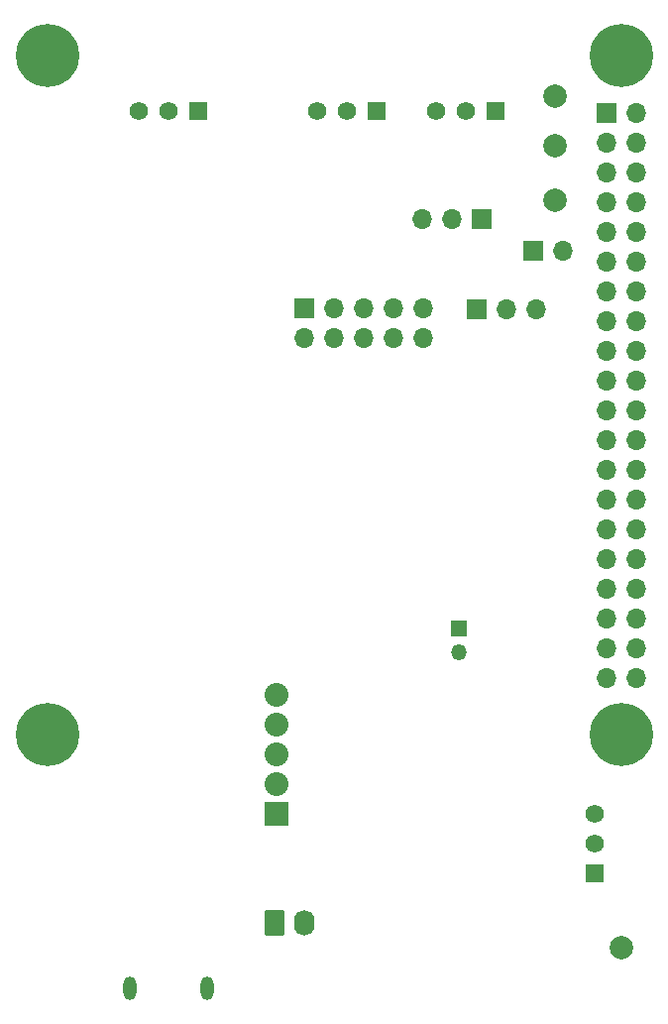
<source format=gbr>
%TF.GenerationSoftware,KiCad,Pcbnew,7.0.11-7.0.11~ubuntu20.04.1*%
%TF.CreationDate,2025-05-20T14:11:40-07:00*%
%TF.ProjectId,whaleboard,7768616c-6562-46f6-9172-642e6b696361,rev?*%
%TF.SameCoordinates,Original*%
%TF.FileFunction,Soldermask,Bot*%
%TF.FilePolarity,Negative*%
%FSLAX46Y46*%
G04 Gerber Fmt 4.6, Leading zero omitted, Abs format (unit mm)*
G04 Created by KiCad (PCBNEW 7.0.11-7.0.11~ubuntu20.04.1) date 2025-05-20 14:11:40*
%MOMM*%
%LPD*%
G01*
G04 APERTURE LIST*
G04 Aperture macros list*
%AMRoundRect*
0 Rectangle with rounded corners*
0 $1 Rounding radius*
0 $2 $3 $4 $5 $6 $7 $8 $9 X,Y pos of 4 corners*
0 Add a 4 corners polygon primitive as box body*
4,1,4,$2,$3,$4,$5,$6,$7,$8,$9,$2,$3,0*
0 Add four circle primitives for the rounded corners*
1,1,$1+$1,$2,$3*
1,1,$1+$1,$4,$5*
1,1,$1+$1,$6,$7*
1,1,$1+$1,$8,$9*
0 Add four rect primitives between the rounded corners*
20,1,$1+$1,$2,$3,$4,$5,0*
20,1,$1+$1,$4,$5,$6,$7,0*
20,1,$1+$1,$6,$7,$8,$9,0*
20,1,$1+$1,$8,$9,$2,$3,0*%
G04 Aperture macros list end*
%ADD10C,5.400000*%
%ADD11C,2.000000*%
%ADD12R,2.032000X2.032000*%
%ADD13C,2.032000*%
%ADD14R,1.700000X1.700000*%
%ADD15O,1.700000X1.700000*%
%ADD16R,1.574800X1.574800*%
%ADD17C,1.574800*%
%ADD18O,1.104000X2.004000*%
%ADD19RoundRect,0.250000X-0.620000X-0.845000X0.620000X-0.845000X0.620000X0.845000X-0.620000X0.845000X0*%
%ADD20O,1.740000X2.190000*%
%ADD21R,1.350000X1.350000*%
%ADD22O,1.350000X1.350000*%
G04 APERTURE END LIST*
D10*
%TO.C,H3*%
X155504000Y-121870000D03*
%TD*%
D11*
%TO.C,TP3*%
X155560000Y-140030000D03*
%TD*%
D10*
%TO.C,H2*%
X106504001Y-63870001D03*
%TD*%
D12*
%TO.C,U4*%
X126100000Y-128650000D03*
D13*
X126100000Y-126110000D03*
X126100000Y-123570000D03*
X126100000Y-121030000D03*
X126100000Y-118490000D03*
%TD*%
D14*
%TO.C,J6*%
X143175000Y-85500000D03*
D15*
X145715000Y-85500000D03*
X148255000Y-85500000D03*
%TD*%
D16*
%TO.C,J2*%
X119380000Y-68580000D03*
D17*
X116840000Y-68580000D03*
X114300000Y-68580000D03*
%TD*%
D10*
%TO.C,H1*%
X155504000Y-63870001D03*
%TD*%
D18*
%TO.C,J11*%
X113540000Y-143484600D03*
X120140000Y-143484600D03*
%TD*%
D16*
%TO.C,J3*%
X134620000Y-68580000D03*
D17*
X132080000Y-68580000D03*
X129540000Y-68580000D03*
%TD*%
D14*
%TO.C,J7*%
X128397000Y-85471000D03*
D15*
X128397000Y-88011000D03*
X130937000Y-85471000D03*
X130937000Y-88011000D03*
X133477000Y-85471000D03*
X133477000Y-88011000D03*
X136017000Y-85471000D03*
X136017000Y-88011000D03*
X138557000Y-85471000D03*
X138557000Y-88011000D03*
%TD*%
D14*
%TO.C,J13*%
X148026200Y-80543400D03*
D15*
X150566200Y-80543400D03*
%TD*%
D10*
%TO.C,H4*%
X106504001Y-121870000D03*
%TD*%
D11*
%TO.C,TP1*%
X149860000Y-76200000D03*
%TD*%
%TO.C,TP4*%
X149860000Y-71550000D03*
%TD*%
D16*
%TO.C,J9*%
X153210000Y-133700000D03*
D17*
X153210000Y-131160000D03*
X153210000Y-128620000D03*
%TD*%
D11*
%TO.C,TP2*%
X149860000Y-67310000D03*
%TD*%
D14*
%TO.C,J5*%
X143580000Y-77830000D03*
D15*
X141040000Y-77830000D03*
X138500000Y-77830000D03*
%TD*%
D16*
%TO.C,J4*%
X144780000Y-68560000D03*
D17*
X142240000Y-68560000D03*
X139700000Y-68560000D03*
%TD*%
D19*
%TO.C,J1*%
X125882400Y-137922000D03*
D20*
X128422400Y-137922000D03*
%TD*%
D21*
%TO.C,J12*%
X141640000Y-112810000D03*
D22*
X141640000Y-114810000D03*
%TD*%
D14*
%TO.C,J10*%
X154234000Y-68740001D03*
D15*
X156774000Y-68740001D03*
X154234000Y-71280001D03*
X156774000Y-71280001D03*
X154234000Y-73820001D03*
X156774000Y-73820001D03*
X154234000Y-76360001D03*
X156774000Y-76360001D03*
X154234000Y-78900001D03*
X156774000Y-78900001D03*
X154234000Y-81440001D03*
X156774000Y-81440001D03*
X154234000Y-83980001D03*
X156774000Y-83980001D03*
X154234000Y-86520001D03*
X156774000Y-86520001D03*
X154234000Y-89060001D03*
X156774000Y-89060001D03*
X154234000Y-91600001D03*
X156774000Y-91600001D03*
X154234000Y-94140001D03*
X156774000Y-94140001D03*
X154234000Y-96680001D03*
X156774000Y-96680001D03*
X154234000Y-99220001D03*
X156774000Y-99220001D03*
X154234000Y-101760001D03*
X156774000Y-101760001D03*
X154234000Y-104300001D03*
X156774000Y-104300001D03*
X154234000Y-106840001D03*
X156774000Y-106840001D03*
X154234000Y-109380001D03*
X156774000Y-109380001D03*
X154234000Y-111920001D03*
X156774000Y-111920001D03*
X154234000Y-114460001D03*
X156774000Y-114460001D03*
X154234000Y-117000001D03*
X156774000Y-117000001D03*
%TD*%
M02*

</source>
